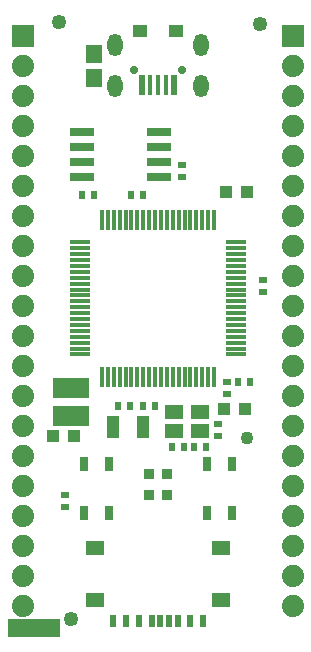
<source format=gbr>
G04 #@! TF.GenerationSoftware,KiCad,Pcbnew,5.1.0-rc2-unknown-036be7d~80~ubuntu16.04.1*
G04 #@! TF.CreationDate,2022-06-21T13:21:02+03:00*
G04 #@! TF.ProjectId,RT1010Py_Rev.C,52543130-3130-4507-995f-5265762e432e,C*
G04 #@! TF.SameCoordinates,Original*
G04 #@! TF.FileFunction,Soldermask,Top*
G04 #@! TF.FilePolarity,Negative*
%FSLAX46Y46*%
G04 Gerber Fmt 4.6, Leading zero omitted, Abs format (unit mm)*
G04 Created by KiCad (PCBNEW 5.1.0-rc2-unknown-036be7d~80~ubuntu16.04.1) date 2022-06-21 13:21:02*
%MOMM*%
%LPD*%
G04 APERTURE LIST*
%ADD10C,0.100000*%
%ADD11C,1.879600*%
%ADD12R,1.879600X1.879600*%
%ADD13R,1.751600X0.351600*%
%ADD14R,0.351600X1.751600*%
%ADD15R,0.601600X1.101600*%
%ADD16R,1.601600X1.301600*%
%ADD17R,0.751600X1.151600*%
%ADD18R,0.901600X0.901600*%
%ADD19R,1.117600X1.117600*%
%ADD20R,0.651600X0.601600*%
%ADD21R,0.601600X0.651600*%
%ADD22R,1.101600X1.901600*%
%ADD23R,2.101600X0.701600*%
%ADD24R,1.501600X1.301600*%
%ADD25C,1.101600*%
%ADD26R,3.101600X1.701600*%
%ADD27C,1.254000*%
%ADD28R,1.371600X1.625600*%
%ADD29O,1.301600X1.901600*%
%ADD30R,1.201600X1.101600*%
%ADD31C,0.701600*%
%ADD32R,0.601600X1.751600*%
%ADD33R,0.426600X1.751600*%
G04 APERTURE END LIST*
D10*
G36*
X142748000Y-114300000D02*
G01*
X138430000Y-114300000D01*
X138430000Y-112903000D01*
X142748000Y-112903000D01*
X142748000Y-114300000D01*
G37*
X142748000Y-114300000D02*
X138430000Y-114300000D01*
X138430000Y-112903000D01*
X142748000Y-112903000D01*
X142748000Y-114300000D01*
D11*
X139700000Y-71120000D03*
X139700000Y-68580000D03*
X139700000Y-66040000D03*
D12*
X139700000Y-63500000D03*
D11*
X139700000Y-73660000D03*
X139700000Y-76200000D03*
X139700000Y-81280000D03*
X139700000Y-78740000D03*
X139700000Y-83820000D03*
X139700000Y-86360000D03*
X139700000Y-91440000D03*
X139700000Y-88900000D03*
X139700000Y-93980000D03*
X139700000Y-96520000D03*
X139700000Y-101600000D03*
X139700000Y-99060000D03*
X139700000Y-109220000D03*
X139700000Y-111760000D03*
X139700000Y-106680000D03*
X139700000Y-104140000D03*
D13*
X144504518Y-80975000D03*
X144504518Y-81475000D03*
X144504518Y-81975000D03*
X144504518Y-82475000D03*
X144504518Y-88475000D03*
X144504518Y-88975000D03*
X144504518Y-89475000D03*
X144504518Y-89975000D03*
X144504518Y-90475000D03*
X157755482Y-90475000D03*
X157755482Y-89975000D03*
X157755482Y-89475000D03*
X157755482Y-88975000D03*
X157755482Y-88475000D03*
X157755482Y-87975000D03*
X157755482Y-87475000D03*
X157755482Y-86975000D03*
X157755482Y-86475000D03*
X157755482Y-85975000D03*
X157755482Y-85475000D03*
X157755482Y-84975000D03*
X157755482Y-84475000D03*
X157755482Y-83975000D03*
X157755482Y-83475000D03*
X157755482Y-82975000D03*
X157755482Y-82475000D03*
X157755482Y-81975000D03*
X157755482Y-81475000D03*
X157755482Y-80975000D03*
D14*
X146380000Y-92350482D03*
X146880000Y-92350482D03*
X147380000Y-92350482D03*
X147880000Y-92350482D03*
X148380000Y-92350482D03*
X148880000Y-92350482D03*
X149380000Y-92350482D03*
X149880000Y-92350482D03*
X150380000Y-92350482D03*
X150880000Y-92350482D03*
X151380000Y-92350482D03*
X151880000Y-92350482D03*
X152380000Y-92350482D03*
X152880000Y-92350482D03*
X153380000Y-92350482D03*
X153880000Y-92350482D03*
X154380000Y-92350482D03*
X154880000Y-92350482D03*
X155380000Y-92350482D03*
X155880000Y-92350482D03*
X155880000Y-79099518D03*
X155380000Y-79099518D03*
X154880000Y-79099518D03*
X154380000Y-79099518D03*
X153880000Y-79099518D03*
X153380000Y-79099518D03*
X152880000Y-79099518D03*
X152380000Y-79099518D03*
X151880000Y-79099518D03*
X151380000Y-79099518D03*
X150880000Y-79099518D03*
X150380000Y-79099518D03*
X149880000Y-79099518D03*
X149380000Y-79099518D03*
X148880000Y-79099518D03*
X148380000Y-79099518D03*
X147880000Y-79099518D03*
X147380000Y-79099518D03*
X146880000Y-79099518D03*
X146380000Y-79099518D03*
D13*
X144504518Y-83475000D03*
X144504518Y-83975000D03*
X144504518Y-84475000D03*
X144504518Y-84975000D03*
X144504518Y-85475000D03*
X144504518Y-85975000D03*
X144504518Y-86475000D03*
X144504518Y-86975000D03*
X144504518Y-87475000D03*
X144504518Y-87975000D03*
X144504518Y-82975000D03*
D15*
X147280000Y-113028000D03*
X148380000Y-113028000D03*
X149480000Y-113028000D03*
X150580000Y-113028000D03*
X151330000Y-113028000D03*
X152030000Y-113028000D03*
X152780000Y-113028000D03*
X153880000Y-113028000D03*
X154980000Y-113028000D03*
D16*
X156430000Y-111278000D03*
X145830000Y-111278000D03*
X156430000Y-106828000D03*
X145830000Y-106828000D03*
D17*
X146998000Y-99779000D03*
X146998000Y-103929000D03*
X144848000Y-99779000D03*
X144848000Y-103929000D03*
D18*
X150368000Y-100584000D03*
X151892000Y-100584000D03*
D11*
X162560000Y-71120000D03*
X162560000Y-68580000D03*
X162560000Y-66040000D03*
D12*
X162560000Y-63500000D03*
D11*
X162560000Y-73660000D03*
X162560000Y-76200000D03*
X162560000Y-81280000D03*
X162560000Y-78740000D03*
X162560000Y-83820000D03*
X162560000Y-86360000D03*
X162560000Y-91440000D03*
X162560000Y-88900000D03*
X162560000Y-93980000D03*
X162560000Y-96520000D03*
X162560000Y-101600000D03*
X162560000Y-99060000D03*
X162560000Y-109220000D03*
X162560000Y-111760000D03*
X162560000Y-106680000D03*
X162560000Y-104140000D03*
D19*
X142240000Y-97409000D03*
X144018000Y-97409000D03*
X158623000Y-76708000D03*
X156845000Y-76708000D03*
X156718000Y-95123000D03*
X158496000Y-95123000D03*
D20*
X156210000Y-96393000D03*
X156210000Y-97409000D03*
D21*
X153289000Y-98298000D03*
X152273000Y-98298000D03*
X150876000Y-94869000D03*
X149860000Y-94869000D03*
X147701000Y-94869000D03*
X148717000Y-94869000D03*
D20*
X160020000Y-84201000D03*
X160020000Y-85217000D03*
D21*
X148844000Y-76962000D03*
X149860000Y-76962000D03*
D20*
X156972000Y-92837000D03*
X156972000Y-93853000D03*
D21*
X157861000Y-92837000D03*
X158877000Y-92837000D03*
X145669000Y-76962000D03*
X144653000Y-76962000D03*
X155194000Y-98298000D03*
X154178000Y-98298000D03*
D20*
X143256000Y-102362000D03*
X143256000Y-103378000D03*
X153162000Y-75438000D03*
X153162000Y-74422000D03*
D18*
X150368000Y-102362000D03*
X151892000Y-102362000D03*
D17*
X155262000Y-103929000D03*
X155262000Y-99779000D03*
X157412000Y-103929000D03*
X157412000Y-99779000D03*
D22*
X149840000Y-96647000D03*
X147340000Y-96647000D03*
D23*
X144720000Y-75438000D03*
X144720000Y-74168000D03*
X144720000Y-72898000D03*
X144720000Y-71628000D03*
X151190000Y-71628000D03*
X151190000Y-72898000D03*
X151190000Y-74168000D03*
X151190000Y-75438000D03*
D24*
X154643000Y-96939000D03*
X152443000Y-95339000D03*
X152443000Y-96939000D03*
X154643000Y-95339000D03*
D25*
X158623000Y-97536000D03*
D26*
X143764000Y-93288000D03*
X143764000Y-95688000D03*
D27*
X143764000Y-112903000D03*
X159766000Y-62484000D03*
D28*
X145669000Y-67056000D03*
X145669000Y-65024000D03*
D27*
X142748000Y-62357000D03*
D29*
X147530000Y-64266000D03*
X147530000Y-67736000D03*
X154730000Y-67736000D03*
X154730000Y-64266000D03*
D30*
X149630000Y-63116000D03*
X152630000Y-63116000D03*
D31*
X149130000Y-66416000D03*
X153130000Y-66416000D03*
D32*
X149742500Y-67666000D03*
D33*
X150480000Y-67666000D03*
X151130000Y-67666000D03*
X151780000Y-67666000D03*
D32*
X152517500Y-67666000D03*
M02*

</source>
